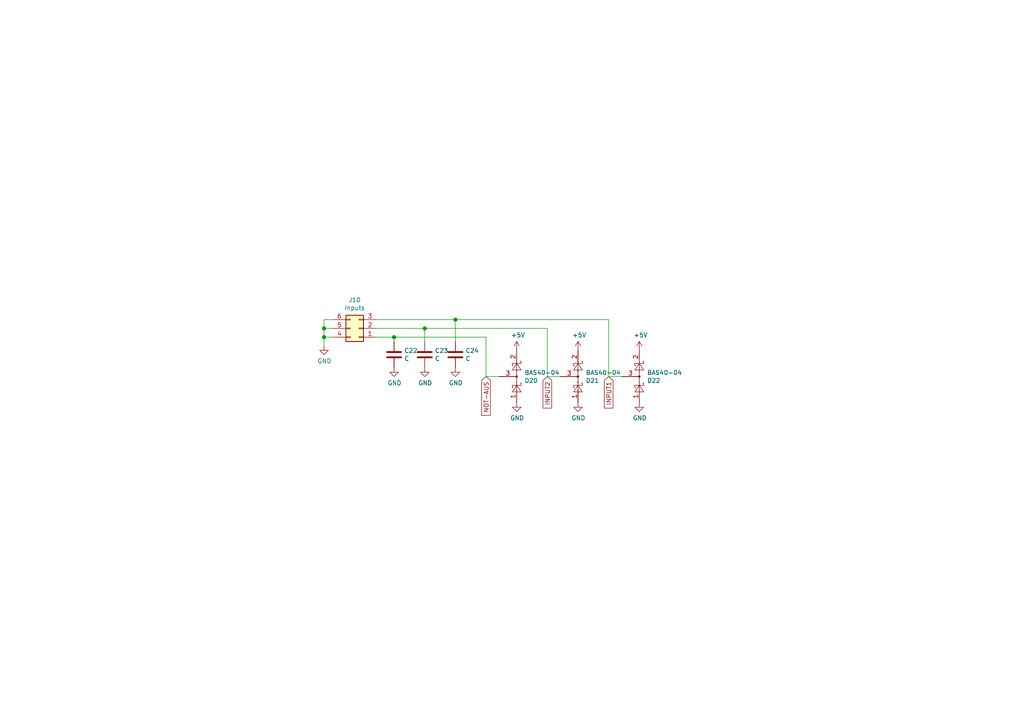
<source format=kicad_sch>
(kicad_sch (version 20210126) (generator eeschema)
  (paper "A4")
  (lib_symbols
    (symbol "SBIO3-rescue:+5V-power" (power) (pin_names (offset 0))
      (property "Value" "+5V-power" (at 0 3.556 0))
      (symbol "+5V-power_0_1"
        (polyline (pts (xy -0.762 1.27) (xy 0 2.54)))
        (polyline (pts (xy 0 0) (xy 0 2.54)))
        (polyline (pts (xy 0 2.54) (xy 0.762 1.27)))
      )
      (symbol "+5V-power_1_1"
        (pin power_in line (at 0 0 90) (length 0) hide (name "+5V") (number "1"))
      )
    )
    (symbol "SBIO3-rescue:BAS40-04-Diode" (pin_names (offset 1.016))
      (property "Reference" "D" (at 0.635 -1.27 0))
      (property "Value" "BAS40-04-Diode" (at -6.35 5.715 0))
      (symbol "BAS40-04-Diode_0_1"
        (circle (center 0 2.54) (radius 0.254) (fill (type outline)))
        (polyline (pts (xy -3.81 2.54) (xy -1.27 2.54)))
        (polyline (pts (xy -3.175 1.27) (xy -3.175 1.524)))
        (polyline (pts (xy -2.54 1.27) (xy -3.175 1.27)))
        (polyline (pts (xy -2.54 1.27) (xy -2.54 3.81)))
        (polyline (pts (xy -2.54 3.81) (xy -1.905 3.81)))
        (polyline (pts (xy -1.905 2.54) (xy 1.905 2.54)))
        (polyline (pts (xy -1.905 3.81) (xy -1.905 3.556)))
        (polyline (pts (xy 1.27 2.54) (xy 3.81 2.54)))
        (polyline (pts (xy 3.175 1.27) (xy 3.175 1.524)))
        (polyline (pts (xy 3.81 1.27) (xy 3.175 1.27)))
        (polyline (pts (xy 3.81 1.27) (xy 3.81 3.81)))
        (polyline (pts (xy 3.81 3.81) (xy 4.445 3.81)))
        (polyline (pts (xy 4.445 3.81) (xy 4.445 3.556)))
        (polyline (pts (xy -4.445 3.81) (xy -4.445 1.27) (xy -2.54 2.54) (xy -4.445 3.81)))
        (polyline (pts (xy 1.905 3.81) (xy 1.905 1.27) (xy 3.81 2.54) (xy 1.905 3.81)))
      )
      (symbol "BAS40-04-Diode_1_1"
        (pin passive line (at -7.62 2.54 0) (length 3.81) (name "~") (number "1"))
        (pin passive line (at 7.62 2.54 180) (length 3.81) (name "~") (number "2"))
        (pin passive line (at 0 -2.54 90) (length 5.08) (name "~") (number "3"))
      )
    )
    (symbol "SBIO3-rescue:C-Device" (pin_numbers hide) (pin_names (offset 0.254))
      (property "Reference" "C" (at 0.635 2.54 0))
      (property "Value" "C-Device" (at 0.635 -2.54 0))
      (symbol "C-Device_0_1"
        (polyline (pts (xy -2.032 -0.762) (xy 2.032 -0.762)) (stroke (width 0.508)))
        (polyline (pts (xy -2.032 0.762) (xy 2.032 0.762)) (stroke (width 0.508)))
      )
      (symbol "C-Device_1_1"
        (pin passive line (at 0 3.81 270) (length 2.794) (name "~") (number "1"))
        (pin passive line (at 0 -3.81 90) (length 2.794) (name "~") (number "2"))
      )
    )
    (symbol "SBIO3-rescue:Conn_02x03_Top_Bottom-Connector_Generic" (pin_names (offset 1.016) hide)
      (property "Reference" "J" (at 1.27 5.08 0))
      (property "Value" "Conn_02x03_Top_Bottom-Connector_Generic" (at 1.27 -5.08 0))
      (symbol "Conn_02x03_Top_Bottom-Connector_Generic_1_1"
        (rectangle (start -1.27 -2.413) (end 0 -2.667) (stroke (width 0.1524)))
        (rectangle (start -1.27 0.127) (end 0 -0.127) (stroke (width 0.1524)))
        (rectangle (start -1.27 2.667) (end 0 2.413) (stroke (width 0.1524)))
        (rectangle (start -1.27 3.81) (end 3.81 -3.81) (stroke (width 0.254)) (fill (type background)))
        (rectangle (start 3.81 -2.413) (end 2.54 -2.667) (stroke (width 0.1524)))
        (rectangle (start 3.81 0.127) (end 2.54 -0.127) (stroke (width 0.1524)))
        (rectangle (start 3.81 2.667) (end 2.54 2.413) (stroke (width 0.1524)))
        (pin passive line (at -5.08 2.54 0) (length 3.81) (name "Pin_1") (number "1"))
        (pin passive line (at -5.08 0 0) (length 3.81) (name "Pin_2") (number "2"))
        (pin passive line (at -5.08 -2.54 0) (length 3.81) (name "Pin_3") (number "3"))
        (pin passive line (at 7.62 2.54 180) (length 3.81) (name "Pin_4") (number "4"))
        (pin passive line (at 7.62 0 180) (length 3.81) (name "Pin_5") (number "5"))
        (pin passive line (at 7.62 -2.54 180) (length 3.81) (name "Pin_6") (number "6"))
      )
    )
    (symbol "SBIO3-rescue:GND-power" (power) (pin_names (offset 0))
      (property "Value" "GND-power" (at 0 -3.81 0))
      (symbol "GND-power_0_1"
        (polyline (pts (xy 0 0) (xy 0 -1.27) (xy 1.27 -1.27) (xy 0 -2.54) (xy -1.27 -1.27) (xy 0 -1.27)))
      )
      (symbol "GND-power_1_1"
        (pin power_in line (at 0 0 270) (length 0) hide (name "GND") (number "1"))
      )
    )
  )
  (junction (at 93.98 95.25) (diameter 1.016))
  (junction (at 93.98 97.79) (diameter 1.016))
  (junction (at 114.3 97.79) (diameter 1.016))
  (junction (at 123.19 95.25) (diameter 1.016))
  (junction (at 132.08 92.71) (diameter 1.016))
  (wire (pts (xy 93.98 92.71) (xy 93.98 95.25)))
  (wire (pts (xy 93.98 95.25) (xy 93.98 97.79)))
  (wire (pts (xy 93.98 97.79) (xy 93.98 100.33)))
  (wire (pts (xy 93.98 97.79) (xy 96.52 97.79)))
  (wire (pts (xy 96.52 92.71) (xy 93.98 92.71)))
  (wire (pts (xy 96.52 95.25) (xy 93.98 95.25)))
  (wire (pts (xy 109.22 92.71) (xy 132.08 92.71)))
  (wire (pts (xy 109.22 95.25) (xy 123.19 95.25)))
  (wire (pts (xy 109.22 97.79) (xy 114.3 97.79)))
  (wire (pts (xy 114.3 97.79) (xy 114.3 99.06)))
  (wire (pts (xy 114.3 97.79) (xy 140.97 97.79)))
  (wire (pts (xy 123.19 95.25) (xy 123.19 99.06)))
  (wire (pts (xy 123.19 95.25) (xy 158.75 95.25)))
  (wire (pts (xy 132.08 92.71) (xy 132.08 99.06)))
  (wire (pts (xy 132.08 92.71) (xy 176.53 92.71)))
  (wire (pts (xy 140.97 97.79) (xy 140.97 109.22)))
  (wire (pts (xy 140.97 109.22) (xy 144.78 109.22)))
  (wire (pts (xy 158.75 95.25) (xy 158.75 109.22)))
  (wire (pts (xy 158.75 109.22) (xy 162.56 109.22)))
  (wire (pts (xy 176.53 92.71) (xy 176.53 109.22)))
  (wire (pts (xy 176.53 109.22) (xy 180.34 109.22)))
  (global_label "NOT-AUS" (shape input) (at 140.97 109.22 270) (property "Intersheet References" "${INTERSHEET_REFS}" (effects hide)))
  (global_label "INPUT2" (shape input) (at 158.75 109.22 270) (property "Intersheet References" "${INTERSHEET_REFS}" (effects hide)))
  (global_label "INPUT1" (shape input) (at 176.53 109.22 270) (property "Intersheet References" "${INTERSHEET_REFS}" (effects hide)))
  (symbol (lib_id "SBIO3-rescue:+5V-power") (at 149.86 101.6 0) (unit 1)
    (property "Reference" "#PWR0164" (effects hide))
    (property "Value" "+5V" (at 150.241 97.2058 0))
  )
  (symbol (lib_id "SBIO3-rescue:+5V-power") (at 167.64 101.6 0) (unit 1)
    (property "Reference" "#PWR0165" (effects hide))
    (property "Value" "+5V" (at 168.021 97.2058 0))
  )
  (symbol (lib_id "SBIO3-rescue:+5V-power") (at 185.42 101.6 0) (unit 1)
    (property "Reference" "#PWR0166" (effects hide))
    (property "Value" "+5V" (at 185.801 97.2058 0))
  )
  (symbol (lib_id "SBIO3-rescue:GND-power") (at 93.98 100.33 0) (unit 1)
    (property "Reference" "#PWR0136" (effects hide))
    (property "Value" "GND" (at 94.107 104.7242 0))
  )
  (symbol (lib_id "SBIO3-rescue:GND-power") (at 114.3 106.68 0) (unit 1)
    (property "Reference" "#PWR0170" (effects hide))
    (property "Value" "GND" (at 114.427 111.0742 0))
  )
  (symbol (lib_id "SBIO3-rescue:GND-power") (at 123.19 106.68 0) (unit 1)
    (property "Reference" "#PWR0171" (effects hide))
    (property "Value" "GND" (at 123.317 111.0742 0))
  )
  (symbol (lib_id "SBIO3-rescue:GND-power") (at 132.08 106.68 0) (unit 1)
    (property "Reference" "#PWR0172" (effects hide))
    (property "Value" "GND" (at 132.207 111.0742 0))
  )
  (symbol (lib_id "SBIO3-rescue:GND-power") (at 149.86 116.84 0) (unit 1)
    (property "Reference" "#PWR0167" (effects hide))
    (property "Value" "GND" (at 149.987 121.2342 0))
  )
  (symbol (lib_id "SBIO3-rescue:GND-power") (at 167.64 116.84 0) (unit 1)
    (property "Reference" "#PWR0168" (effects hide))
    (property "Value" "GND" (at 167.767 121.2342 0))
  )
  (symbol (lib_id "SBIO3-rescue:GND-power") (at 185.42 116.84 0) (unit 1)
    (property "Reference" "#PWR0169" (effects hide))
    (property "Value" "GND" (at 185.547 121.2342 0))
  )
  (symbol (lib_id "SBIO3-rescue:C-Device") (at 114.3 102.87 0) (unit 1)
    (property "Reference" "C22" (at 117.221 101.7016 0) (effects (justify left)))
    (property "Value" "C" (at 117.221 104.013 0) (effects (justify left)))
    (property "Footprint" "Capacitor_SMD:C_0603_1608Metric_Pad1.05x0.95mm_HandSolder" (effects hide))
  )
  (symbol (lib_id "SBIO3-rescue:C-Device") (at 123.19 102.87 0) (unit 1)
    (property "Reference" "C23" (at 126.111 101.7016 0) (effects (justify left)))
    (property "Value" "C" (at 126.111 104.013 0) (effects (justify left)))
    (property "Footprint" "Capacitor_SMD:C_0603_1608Metric_Pad1.05x0.95mm_HandSolder" (effects hide))
  )
  (symbol (lib_id "SBIO3-rescue:C-Device") (at 132.08 102.87 0) (unit 1)
    (property "Reference" "C24" (at 135.001 101.7016 0) (effects (justify left)))
    (property "Value" "C" (at 135.001 104.013 0) (effects (justify left)))
    (property "Footprint" "Capacitor_SMD:C_0603_1608Metric_Pad1.05x0.95mm_HandSolder" (effects hide))
  )
  (symbol (lib_id "SBIO3-rescue:Conn_02x03_Top_Bottom-Connector_Generic") (at 104.14 95.25 180) (unit 1)
    (property "Reference" "J10" (at 102.87 86.995 0))
    (property "Value" "Inputs" (at 102.87 89.3064 0))
    (property "Footprint" "Conn_Lib:Wanne_6Pol" (effects hide))
  )
  (symbol (lib_id "SBIO3-rescue:BAS40-04-Diode") (at 147.32 109.22 270) (mirror x) (unit 1)
    (property "Reference" "D20" (at 152.0952 110.3884 90) (effects (justify left)))
    (property "Value" "BAS40-04" (at 152.0952 108.077 90) (effects (justify left)))
    (property "Footprint" "Package_TO_SOT_SMD:SOT-23" (effects hide))
    (property "Datasheet" "http://www.vishay.com/docs/85701/bas40v.pdf" (effects hide))
  )
  (symbol (lib_id "SBIO3-rescue:BAS40-04-Diode") (at 165.1 109.22 270) (mirror x) (unit 1)
    (property "Reference" "D21" (at 169.8752 110.3884 90) (effects (justify left)))
    (property "Value" "BAS40-04" (at 169.8752 108.077 90) (effects (justify left)))
    (property "Footprint" "Package_TO_SOT_SMD:SOT-23" (effects hide))
    (property "Datasheet" "http://www.vishay.com/docs/85701/bas40v.pdf" (effects hide))
  )
  (symbol (lib_id "SBIO3-rescue:BAS40-04-Diode") (at 182.88 109.22 270) (mirror x) (unit 1)
    (property "Reference" "D22" (at 187.6552 110.3884 90) (effects (justify left)))
    (property "Value" "BAS40-04" (at 187.6552 108.077 90) (effects (justify left)))
    (property "Footprint" "Package_TO_SOT_SMD:SOT-23" (effects hide))
    (property "Datasheet" "http://www.vishay.com/docs/85701/bas40v.pdf" (effects hide))
  )
)
</source>
